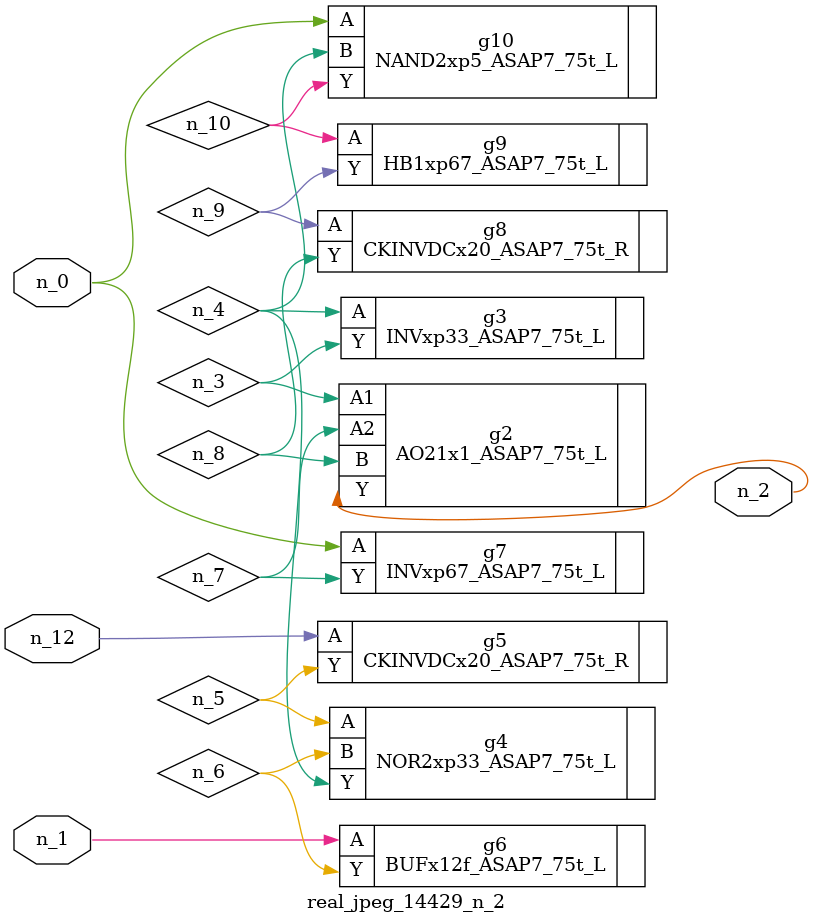
<source format=v>
module real_jpeg_14429_n_2 (n_12, n_1, n_0, n_2);

input n_12;
input n_1;
input n_0;

output n_2;

wire n_5;
wire n_4;
wire n_8;
wire n_6;
wire n_7;
wire n_3;
wire n_10;
wire n_9;

INVxp67_ASAP7_75t_L g7 ( 
.A(n_0),
.Y(n_7)
);

NAND2xp5_ASAP7_75t_L g10 ( 
.A(n_0),
.B(n_4),
.Y(n_10)
);

BUFx12f_ASAP7_75t_L g6 ( 
.A(n_1),
.Y(n_6)
);

AO21x1_ASAP7_75t_L g2 ( 
.A1(n_3),
.A2(n_7),
.B(n_8),
.Y(n_2)
);

INVxp33_ASAP7_75t_L g3 ( 
.A(n_4),
.Y(n_3)
);

NOR2xp33_ASAP7_75t_L g4 ( 
.A(n_5),
.B(n_6),
.Y(n_4)
);

CKINVDCx20_ASAP7_75t_R g8 ( 
.A(n_9),
.Y(n_8)
);

HB1xp67_ASAP7_75t_L g9 ( 
.A(n_10),
.Y(n_9)
);

CKINVDCx20_ASAP7_75t_R g5 ( 
.A(n_12),
.Y(n_5)
);


endmodule
</source>
